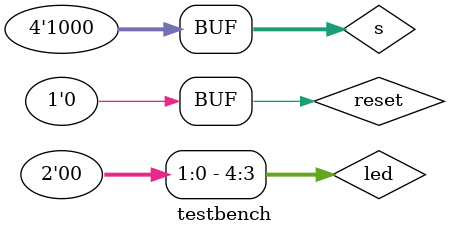
<source format=sv>
/*
Name: Ellie Sundheim (esundheim@hmc.edu)
Date: 9/9/24
This file contains code to turn on a 7 segment LED display given a hex digit from 0-F (redone after lab 2)
*/

module lab1_es(input logic[3:0] s,
		output logic[2:0] led,
		output logic[6:0] seg);
	//removed clk from input list because we're using the osicllator instead			
	logic reset = 0;					
	oscillator myOsc(clk);
    	leds myLeds (clk, s, led);
	seven_seg_disp myDisplay(s, seg);
	
endmodule			

module leds(input logic clk,
	    input logic reset,
            input logic [3:0] s,
            output logic [2:0] led);

    //assign combinational leds			
	assign led[0] = s[0] ^ s[1];
	assign led[1] = s[2] & s[3];
	
	//assign blinking led with a counter(2.4Hz)
	logic [24:0] counter;

	always_ff @(posedge clk, posedge reset) begin
		if (reset) counter <= 0;
		else counter <= counter + 1;
   end
  
   // Assign LED output 
   // 2^23 is roughly 8 million, we wanted to divide by 10 million, close enough
   assign led[2] = counter[24];
   endmodule


// internal oscillator
module oscillator(output logic clk);

	logic int_osc;
  
	// Internal high-speed oscillator (div 2'b01 makes it oscillate at 24Mhz)
	HSOSC #(.CLKHF_DIV(2'b01)) 
         hf_osc (.CLKHFPU(1'b1), .CLKHFEN(1'b1), .CLKHF(int_osc));

    assign clk = int_osc;
  
endmodule		
				
module seven_seg_disp(input logic[3:0] s,
						output logic[6:0] seg);
	always_comb
	begin
		case(s[3:0])
			// select which segments need to light up based on which hex munber is input (seg = 7'b 6543210)
			4'b0000: seg = 7'b0111111;
			4'b0001: seg = 7'b0000110;
			4'b0010: seg = 7'b1011011;
			4'b0011: seg = 7'b1001111;
			4'b0100: seg = 7'b1100110;
			4'b0101: seg = 7'b1101101;
			4'b0110: seg = 7'b1111101;
			4'b0111: seg = 7'b0000111;
			
			4'b1000: seg = 7'b1111111;
			4'b1001: seg = 7'b1100111;
			4'b1010: seg = 7'b1110111;
			4'b1011: seg = 7'b1111100;
			4'b1100: seg = 7'b1011000;
			4'b1101: seg = 7'b1011110;
			4'b1110: seg = 7'b1111001;
			4'b1111: seg = 7'b1110001;
			default: seg = 7'b0000000;
		endcase
		//flip the bits because segment leds are actually active low
		seg = ~seg;
	end 

endmodule
				


// testbench settings
`timescale 1ns/1ns
`default_nettype none
`define N_TV 8

//testbench
module testbench();
	logic clk, reset;
	logic [3:0] s;
	logic [4:0] led;
	logic [6:0] seg;
	
	
	//instantiate test modules
	//top dut(s1, s2, led, anode1_en, seg);
	oscillator myOsc(clk);
	leds myLeds (clk, reset, s, led);
	seven_seg_disp myDisplay(s, seg);

		
		
	// At the start of the simulation:
	//  - Pulse the reset line (if applicable)
 initial
   begin
     reset = 0; #12; reset = 1; #27; reset = 0;
	 
     //test for oscillator: just look and see if clk is pulsing
     //test for seven_seg_disp : check against truth table
     s = 4'b0000; #10;
     s = 4'b0001; #10;
     s = 4'b0010; #10;
     s = 4'b0011; #10;
     s = 4'b0100; #10;
     s = 4'b0101; #10;
     s = 4'b0110; #10;
     s = 4'b0111; #10;
     s = 4'b1000; #10; //8
     s = 4'b1001; #10;
     s = 4'b1010; #10;
     s = 4'b1011; #10;
     s = 4'b1100; #10;
     s = 4'b1101; #10;
     s = 4'b1110; #10;
     s = 4'b1111; #10;

     //test for led
     s = 4'b0001; #10; //led[0] should be on
     s = 4'b0010; #10; //led[0] should be on
     s = 4'b0011; #10; //led[0] should be off
     s = 4'b0000; #10; //led[0] should be off
     s = 4'b1100; #10; //led[1] should be on
     s = 4'b0100; #10; //led[1] should be off
     s = 4'b1000; #10; //led[1] should be off

	 
   end
  
endmodule
</source>
